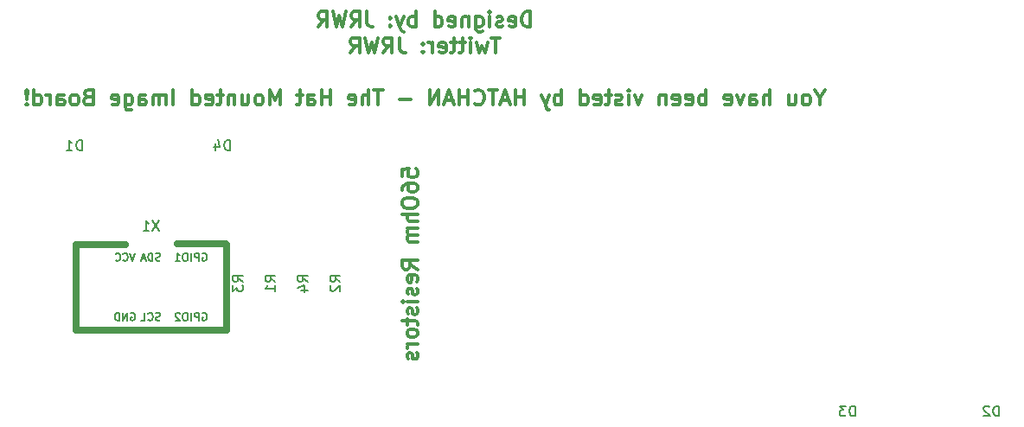
<source format=gbr>
G04 #@! TF.GenerationSoftware,KiCad,Pcbnew,(5.1.2)-1*
G04 #@! TF.CreationDate,2019-06-29T13:34:35-04:00*
G04 #@! TF.ProjectId,linecon27,6c696e65-636f-46e3-9237-2e6b69636164,rev?*
G04 #@! TF.SameCoordinates,Original*
G04 #@! TF.FileFunction,Legend,Bot*
G04 #@! TF.FilePolarity,Positive*
%FSLAX46Y46*%
G04 Gerber Fmt 4.6, Leading zero omitted, Abs format (unit mm)*
G04 Created by KiCad (PCBNEW (5.1.2)-1) date 2019-06-29 13:34:35*
%MOMM*%
%LPD*%
G04 APERTURE LIST*
%ADD10C,0.300000*%
%ADD11C,0.700000*%
%ADD12C,0.150000*%
G04 APERTURE END LIST*
D10*
X164786571Y-89000285D02*
X164786571Y-88286000D01*
X165500857Y-88214571D01*
X165429428Y-88286000D01*
X165358000Y-88428857D01*
X165358000Y-88786000D01*
X165429428Y-88928857D01*
X165500857Y-89000285D01*
X165643714Y-89071714D01*
X166000857Y-89071714D01*
X166143714Y-89000285D01*
X166215142Y-88928857D01*
X166286571Y-88786000D01*
X166286571Y-88428857D01*
X166215142Y-88286000D01*
X166143714Y-88214571D01*
X164786571Y-90357428D02*
X164786571Y-90071714D01*
X164858000Y-89928857D01*
X164929428Y-89857428D01*
X165143714Y-89714571D01*
X165429428Y-89643142D01*
X166000857Y-89643142D01*
X166143714Y-89714571D01*
X166215142Y-89786000D01*
X166286571Y-89928857D01*
X166286571Y-90214571D01*
X166215142Y-90357428D01*
X166143714Y-90428857D01*
X166000857Y-90500285D01*
X165643714Y-90500285D01*
X165500857Y-90428857D01*
X165429428Y-90357428D01*
X165358000Y-90214571D01*
X165358000Y-89928857D01*
X165429428Y-89786000D01*
X165500857Y-89714571D01*
X165643714Y-89643142D01*
X164786571Y-91428857D02*
X164786571Y-91714571D01*
X164858000Y-91857428D01*
X165000857Y-92000285D01*
X165286571Y-92071714D01*
X165786571Y-92071714D01*
X166072285Y-92000285D01*
X166215142Y-91857428D01*
X166286571Y-91714571D01*
X166286571Y-91428857D01*
X166215142Y-91286000D01*
X166072285Y-91143142D01*
X165786571Y-91071714D01*
X165286571Y-91071714D01*
X165000857Y-91143142D01*
X164858000Y-91286000D01*
X164786571Y-91428857D01*
X166286571Y-92714571D02*
X164786571Y-92714571D01*
X166286571Y-93357428D02*
X165500857Y-93357428D01*
X165358000Y-93286000D01*
X165286571Y-93143142D01*
X165286571Y-92928857D01*
X165358000Y-92786000D01*
X165429428Y-92714571D01*
X166286571Y-94071714D02*
X165286571Y-94071714D01*
X165429428Y-94071714D02*
X165358000Y-94143142D01*
X165286571Y-94286000D01*
X165286571Y-94500285D01*
X165358000Y-94643142D01*
X165500857Y-94714571D01*
X166286571Y-94714571D01*
X165500857Y-94714571D02*
X165358000Y-94786000D01*
X165286571Y-94928857D01*
X165286571Y-95143142D01*
X165358000Y-95286000D01*
X165500857Y-95357428D01*
X166286571Y-95357428D01*
X166286571Y-98071714D02*
X165572285Y-97571714D01*
X166286571Y-97214571D02*
X164786571Y-97214571D01*
X164786571Y-97786000D01*
X164858000Y-97928857D01*
X164929428Y-98000285D01*
X165072285Y-98071714D01*
X165286571Y-98071714D01*
X165429428Y-98000285D01*
X165500857Y-97928857D01*
X165572285Y-97786000D01*
X165572285Y-97214571D01*
X166215142Y-99286000D02*
X166286571Y-99143142D01*
X166286571Y-98857428D01*
X166215142Y-98714571D01*
X166072285Y-98643142D01*
X165500857Y-98643142D01*
X165358000Y-98714571D01*
X165286571Y-98857428D01*
X165286571Y-99143142D01*
X165358000Y-99286000D01*
X165500857Y-99357428D01*
X165643714Y-99357428D01*
X165786571Y-98643142D01*
X166215142Y-99928857D02*
X166286571Y-100071714D01*
X166286571Y-100357428D01*
X166215142Y-100500285D01*
X166072285Y-100571714D01*
X166000857Y-100571714D01*
X165858000Y-100500285D01*
X165786571Y-100357428D01*
X165786571Y-100143142D01*
X165715142Y-100000285D01*
X165572285Y-99928857D01*
X165500857Y-99928857D01*
X165358000Y-100000285D01*
X165286571Y-100143142D01*
X165286571Y-100357428D01*
X165358000Y-100500285D01*
X166286571Y-101214571D02*
X165286571Y-101214571D01*
X164786571Y-101214571D02*
X164858000Y-101143142D01*
X164929428Y-101214571D01*
X164858000Y-101286000D01*
X164786571Y-101214571D01*
X164929428Y-101214571D01*
X166215142Y-101857428D02*
X166286571Y-102000285D01*
X166286571Y-102286000D01*
X166215142Y-102428857D01*
X166072285Y-102500285D01*
X166000857Y-102500285D01*
X165858000Y-102428857D01*
X165786571Y-102286000D01*
X165786571Y-102071714D01*
X165715142Y-101928857D01*
X165572285Y-101857428D01*
X165500857Y-101857428D01*
X165358000Y-101928857D01*
X165286571Y-102071714D01*
X165286571Y-102286000D01*
X165358000Y-102428857D01*
X165286571Y-102928857D02*
X165286571Y-103500285D01*
X164786571Y-103143142D02*
X166072285Y-103143142D01*
X166215142Y-103214571D01*
X166286571Y-103357428D01*
X166286571Y-103500285D01*
X166286571Y-104214571D02*
X166215142Y-104071714D01*
X166143714Y-104000285D01*
X166000857Y-103928857D01*
X165572285Y-103928857D01*
X165429428Y-104000285D01*
X165358000Y-104071714D01*
X165286571Y-104214571D01*
X165286571Y-104428857D01*
X165358000Y-104571714D01*
X165429428Y-104643142D01*
X165572285Y-104714571D01*
X166000857Y-104714571D01*
X166143714Y-104643142D01*
X166215142Y-104571714D01*
X166286571Y-104428857D01*
X166286571Y-104214571D01*
X166286571Y-105357428D02*
X165286571Y-105357428D01*
X165572285Y-105357428D02*
X165429428Y-105428857D01*
X165358000Y-105500285D01*
X165286571Y-105643142D01*
X165286571Y-105786000D01*
X166215142Y-106214571D02*
X166286571Y-106357428D01*
X166286571Y-106643142D01*
X166215142Y-106786000D01*
X166072285Y-106857428D01*
X166000857Y-106857428D01*
X165858000Y-106786000D01*
X165786571Y-106643142D01*
X165786571Y-106428857D01*
X165715142Y-106286000D01*
X165572285Y-106214571D01*
X165500857Y-106214571D01*
X165358000Y-106286000D01*
X165286571Y-106428857D01*
X165286571Y-106643142D01*
X165358000Y-106786000D01*
X177362142Y-74323571D02*
X177362142Y-72823571D01*
X177005000Y-72823571D01*
X176790714Y-72895000D01*
X176647857Y-73037857D01*
X176576428Y-73180714D01*
X176505000Y-73466428D01*
X176505000Y-73680714D01*
X176576428Y-73966428D01*
X176647857Y-74109285D01*
X176790714Y-74252142D01*
X177005000Y-74323571D01*
X177362142Y-74323571D01*
X175290714Y-74252142D02*
X175433571Y-74323571D01*
X175719285Y-74323571D01*
X175862142Y-74252142D01*
X175933571Y-74109285D01*
X175933571Y-73537857D01*
X175862142Y-73395000D01*
X175719285Y-73323571D01*
X175433571Y-73323571D01*
X175290714Y-73395000D01*
X175219285Y-73537857D01*
X175219285Y-73680714D01*
X175933571Y-73823571D01*
X174647857Y-74252142D02*
X174505000Y-74323571D01*
X174219285Y-74323571D01*
X174076428Y-74252142D01*
X174005000Y-74109285D01*
X174005000Y-74037857D01*
X174076428Y-73895000D01*
X174219285Y-73823571D01*
X174433571Y-73823571D01*
X174576428Y-73752142D01*
X174647857Y-73609285D01*
X174647857Y-73537857D01*
X174576428Y-73395000D01*
X174433571Y-73323571D01*
X174219285Y-73323571D01*
X174076428Y-73395000D01*
X173362142Y-74323571D02*
X173362142Y-73323571D01*
X173362142Y-72823571D02*
X173433571Y-72895000D01*
X173362142Y-72966428D01*
X173290714Y-72895000D01*
X173362142Y-72823571D01*
X173362142Y-72966428D01*
X172005000Y-73323571D02*
X172005000Y-74537857D01*
X172076428Y-74680714D01*
X172147857Y-74752142D01*
X172290714Y-74823571D01*
X172505000Y-74823571D01*
X172647857Y-74752142D01*
X172005000Y-74252142D02*
X172147857Y-74323571D01*
X172433571Y-74323571D01*
X172576428Y-74252142D01*
X172647857Y-74180714D01*
X172719285Y-74037857D01*
X172719285Y-73609285D01*
X172647857Y-73466428D01*
X172576428Y-73395000D01*
X172433571Y-73323571D01*
X172147857Y-73323571D01*
X172005000Y-73395000D01*
X171290714Y-73323571D02*
X171290714Y-74323571D01*
X171290714Y-73466428D02*
X171219285Y-73395000D01*
X171076428Y-73323571D01*
X170862142Y-73323571D01*
X170719285Y-73395000D01*
X170647857Y-73537857D01*
X170647857Y-74323571D01*
X169362142Y-74252142D02*
X169505000Y-74323571D01*
X169790714Y-74323571D01*
X169933571Y-74252142D01*
X170005000Y-74109285D01*
X170005000Y-73537857D01*
X169933571Y-73395000D01*
X169790714Y-73323571D01*
X169505000Y-73323571D01*
X169362142Y-73395000D01*
X169290714Y-73537857D01*
X169290714Y-73680714D01*
X170005000Y-73823571D01*
X168005000Y-74323571D02*
X168005000Y-72823571D01*
X168005000Y-74252142D02*
X168147857Y-74323571D01*
X168433571Y-74323571D01*
X168576428Y-74252142D01*
X168647857Y-74180714D01*
X168719285Y-74037857D01*
X168719285Y-73609285D01*
X168647857Y-73466428D01*
X168576428Y-73395000D01*
X168433571Y-73323571D01*
X168147857Y-73323571D01*
X168005000Y-73395000D01*
X166147857Y-74323571D02*
X166147857Y-72823571D01*
X166147857Y-73395000D02*
X166005000Y-73323571D01*
X165719285Y-73323571D01*
X165576428Y-73395000D01*
X165505000Y-73466428D01*
X165433571Y-73609285D01*
X165433571Y-74037857D01*
X165505000Y-74180714D01*
X165576428Y-74252142D01*
X165719285Y-74323571D01*
X166005000Y-74323571D01*
X166147857Y-74252142D01*
X164933571Y-73323571D02*
X164576428Y-74323571D01*
X164219285Y-73323571D02*
X164576428Y-74323571D01*
X164719285Y-74680714D01*
X164790714Y-74752142D01*
X164933571Y-74823571D01*
X163647857Y-74180714D02*
X163576428Y-74252142D01*
X163647857Y-74323571D01*
X163719285Y-74252142D01*
X163647857Y-74180714D01*
X163647857Y-74323571D01*
X163647857Y-73395000D02*
X163576428Y-73466428D01*
X163647857Y-73537857D01*
X163719285Y-73466428D01*
X163647857Y-73395000D01*
X163647857Y-73537857D01*
X161362142Y-72823571D02*
X161362142Y-73895000D01*
X161433571Y-74109285D01*
X161576428Y-74252142D01*
X161790714Y-74323571D01*
X161933571Y-74323571D01*
X159790714Y-74323571D02*
X160290714Y-73609285D01*
X160647857Y-74323571D02*
X160647857Y-72823571D01*
X160076428Y-72823571D01*
X159933571Y-72895000D01*
X159862142Y-72966428D01*
X159790714Y-73109285D01*
X159790714Y-73323571D01*
X159862142Y-73466428D01*
X159933571Y-73537857D01*
X160076428Y-73609285D01*
X160647857Y-73609285D01*
X159290714Y-72823571D02*
X158933571Y-74323571D01*
X158647857Y-73252142D01*
X158362142Y-74323571D01*
X158005000Y-72823571D01*
X156576428Y-74323571D02*
X157076428Y-73609285D01*
X157433571Y-74323571D02*
X157433571Y-72823571D01*
X156862142Y-72823571D01*
X156719285Y-72895000D01*
X156647857Y-72966428D01*
X156576428Y-73109285D01*
X156576428Y-73323571D01*
X156647857Y-73466428D01*
X156719285Y-73537857D01*
X156862142Y-73609285D01*
X157433571Y-73609285D01*
X174397857Y-75373571D02*
X173540714Y-75373571D01*
X173969285Y-76873571D02*
X173969285Y-75373571D01*
X173183571Y-75873571D02*
X172897857Y-76873571D01*
X172612142Y-76159285D01*
X172326428Y-76873571D01*
X172040714Y-75873571D01*
X171469285Y-76873571D02*
X171469285Y-75873571D01*
X171469285Y-75373571D02*
X171540714Y-75445000D01*
X171469285Y-75516428D01*
X171397857Y-75445000D01*
X171469285Y-75373571D01*
X171469285Y-75516428D01*
X170969285Y-75873571D02*
X170397857Y-75873571D01*
X170755000Y-75373571D02*
X170755000Y-76659285D01*
X170683571Y-76802142D01*
X170540714Y-76873571D01*
X170397857Y-76873571D01*
X170112142Y-75873571D02*
X169540714Y-75873571D01*
X169897857Y-75373571D02*
X169897857Y-76659285D01*
X169826428Y-76802142D01*
X169683571Y-76873571D01*
X169540714Y-76873571D01*
X168469285Y-76802142D02*
X168612142Y-76873571D01*
X168897857Y-76873571D01*
X169040714Y-76802142D01*
X169112142Y-76659285D01*
X169112142Y-76087857D01*
X169040714Y-75945000D01*
X168897857Y-75873571D01*
X168612142Y-75873571D01*
X168469285Y-75945000D01*
X168397857Y-76087857D01*
X168397857Y-76230714D01*
X169112142Y-76373571D01*
X167755000Y-76873571D02*
X167755000Y-75873571D01*
X167755000Y-76159285D02*
X167683571Y-76016428D01*
X167612142Y-75945000D01*
X167469285Y-75873571D01*
X167326428Y-75873571D01*
X166826428Y-76730714D02*
X166755000Y-76802142D01*
X166826428Y-76873571D01*
X166897857Y-76802142D01*
X166826428Y-76730714D01*
X166826428Y-76873571D01*
X166826428Y-75945000D02*
X166755000Y-76016428D01*
X166826428Y-76087857D01*
X166897857Y-76016428D01*
X166826428Y-75945000D01*
X166826428Y-76087857D01*
X164540714Y-75373571D02*
X164540714Y-76445000D01*
X164612142Y-76659285D01*
X164755000Y-76802142D01*
X164969285Y-76873571D01*
X165112142Y-76873571D01*
X162969285Y-76873571D02*
X163469285Y-76159285D01*
X163826428Y-76873571D02*
X163826428Y-75373571D01*
X163255000Y-75373571D01*
X163112142Y-75445000D01*
X163040714Y-75516428D01*
X162969285Y-75659285D01*
X162969285Y-75873571D01*
X163040714Y-76016428D01*
X163112142Y-76087857D01*
X163255000Y-76159285D01*
X163826428Y-76159285D01*
X162469285Y-75373571D02*
X162112142Y-76873571D01*
X161826428Y-75802142D01*
X161540714Y-76873571D01*
X161183571Y-75373571D01*
X159755000Y-76873571D02*
X160255000Y-76159285D01*
X160612142Y-76873571D02*
X160612142Y-75373571D01*
X160040714Y-75373571D01*
X159897857Y-75445000D01*
X159826428Y-75516428D01*
X159755000Y-75659285D01*
X159755000Y-75873571D01*
X159826428Y-76016428D01*
X159897857Y-76087857D01*
X160040714Y-76159285D01*
X160612142Y-76159285D01*
X205683571Y-81259285D02*
X205683571Y-81973571D01*
X206183571Y-80473571D02*
X205683571Y-81259285D01*
X205183571Y-80473571D01*
X204469285Y-81973571D02*
X204612142Y-81902142D01*
X204683571Y-81830714D01*
X204755000Y-81687857D01*
X204755000Y-81259285D01*
X204683571Y-81116428D01*
X204612142Y-81045000D01*
X204469285Y-80973571D01*
X204255000Y-80973571D01*
X204112142Y-81045000D01*
X204040714Y-81116428D01*
X203969285Y-81259285D01*
X203969285Y-81687857D01*
X204040714Y-81830714D01*
X204112142Y-81902142D01*
X204255000Y-81973571D01*
X204469285Y-81973571D01*
X202683571Y-80973571D02*
X202683571Y-81973571D01*
X203326428Y-80973571D02*
X203326428Y-81759285D01*
X203255000Y-81902142D01*
X203112142Y-81973571D01*
X202897857Y-81973571D01*
X202755000Y-81902142D01*
X202683571Y-81830714D01*
X200826428Y-81973571D02*
X200826428Y-80473571D01*
X200183571Y-81973571D02*
X200183571Y-81187857D01*
X200255000Y-81045000D01*
X200397857Y-80973571D01*
X200612142Y-80973571D01*
X200755000Y-81045000D01*
X200826428Y-81116428D01*
X198826428Y-81973571D02*
X198826428Y-81187857D01*
X198897857Y-81045000D01*
X199040714Y-80973571D01*
X199326428Y-80973571D01*
X199469285Y-81045000D01*
X198826428Y-81902142D02*
X198969285Y-81973571D01*
X199326428Y-81973571D01*
X199469285Y-81902142D01*
X199540714Y-81759285D01*
X199540714Y-81616428D01*
X199469285Y-81473571D01*
X199326428Y-81402142D01*
X198969285Y-81402142D01*
X198826428Y-81330714D01*
X198255000Y-80973571D02*
X197897857Y-81973571D01*
X197540714Y-80973571D01*
X196397857Y-81902142D02*
X196540714Y-81973571D01*
X196826428Y-81973571D01*
X196969285Y-81902142D01*
X197040714Y-81759285D01*
X197040714Y-81187857D01*
X196969285Y-81045000D01*
X196826428Y-80973571D01*
X196540714Y-80973571D01*
X196397857Y-81045000D01*
X196326428Y-81187857D01*
X196326428Y-81330714D01*
X197040714Y-81473571D01*
X194540714Y-81973571D02*
X194540714Y-80473571D01*
X194540714Y-81045000D02*
X194397857Y-80973571D01*
X194112142Y-80973571D01*
X193969285Y-81045000D01*
X193897857Y-81116428D01*
X193826428Y-81259285D01*
X193826428Y-81687857D01*
X193897857Y-81830714D01*
X193969285Y-81902142D01*
X194112142Y-81973571D01*
X194397857Y-81973571D01*
X194540714Y-81902142D01*
X192612142Y-81902142D02*
X192755000Y-81973571D01*
X193040714Y-81973571D01*
X193183571Y-81902142D01*
X193255000Y-81759285D01*
X193255000Y-81187857D01*
X193183571Y-81045000D01*
X193040714Y-80973571D01*
X192755000Y-80973571D01*
X192612142Y-81045000D01*
X192540714Y-81187857D01*
X192540714Y-81330714D01*
X193255000Y-81473571D01*
X191326428Y-81902142D02*
X191469285Y-81973571D01*
X191755000Y-81973571D01*
X191897857Y-81902142D01*
X191969285Y-81759285D01*
X191969285Y-81187857D01*
X191897857Y-81045000D01*
X191755000Y-80973571D01*
X191469285Y-80973571D01*
X191326428Y-81045000D01*
X191255000Y-81187857D01*
X191255000Y-81330714D01*
X191969285Y-81473571D01*
X190612142Y-80973571D02*
X190612142Y-81973571D01*
X190612142Y-81116428D02*
X190540714Y-81045000D01*
X190397857Y-80973571D01*
X190183571Y-80973571D01*
X190040714Y-81045000D01*
X189969285Y-81187857D01*
X189969285Y-81973571D01*
X188255000Y-80973571D02*
X187897857Y-81973571D01*
X187540714Y-80973571D01*
X186969285Y-81973571D02*
X186969285Y-80973571D01*
X186969285Y-80473571D02*
X187040714Y-80545000D01*
X186969285Y-80616428D01*
X186897857Y-80545000D01*
X186969285Y-80473571D01*
X186969285Y-80616428D01*
X186326428Y-81902142D02*
X186183571Y-81973571D01*
X185897857Y-81973571D01*
X185755000Y-81902142D01*
X185683571Y-81759285D01*
X185683571Y-81687857D01*
X185755000Y-81545000D01*
X185897857Y-81473571D01*
X186112142Y-81473571D01*
X186255000Y-81402142D01*
X186326428Y-81259285D01*
X186326428Y-81187857D01*
X186255000Y-81045000D01*
X186112142Y-80973571D01*
X185897857Y-80973571D01*
X185755000Y-81045000D01*
X185255000Y-80973571D02*
X184683571Y-80973571D01*
X185040714Y-80473571D02*
X185040714Y-81759285D01*
X184969285Y-81902142D01*
X184826428Y-81973571D01*
X184683571Y-81973571D01*
X183612142Y-81902142D02*
X183755000Y-81973571D01*
X184040714Y-81973571D01*
X184183571Y-81902142D01*
X184255000Y-81759285D01*
X184255000Y-81187857D01*
X184183571Y-81045000D01*
X184040714Y-80973571D01*
X183755000Y-80973571D01*
X183612142Y-81045000D01*
X183540714Y-81187857D01*
X183540714Y-81330714D01*
X184255000Y-81473571D01*
X182255000Y-81973571D02*
X182255000Y-80473571D01*
X182255000Y-81902142D02*
X182397857Y-81973571D01*
X182683571Y-81973571D01*
X182826428Y-81902142D01*
X182897857Y-81830714D01*
X182969285Y-81687857D01*
X182969285Y-81259285D01*
X182897857Y-81116428D01*
X182826428Y-81045000D01*
X182683571Y-80973571D01*
X182397857Y-80973571D01*
X182255000Y-81045000D01*
X180397857Y-81973571D02*
X180397857Y-80473571D01*
X180397857Y-81045000D02*
X180255000Y-80973571D01*
X179969285Y-80973571D01*
X179826428Y-81045000D01*
X179755000Y-81116428D01*
X179683571Y-81259285D01*
X179683571Y-81687857D01*
X179755000Y-81830714D01*
X179826428Y-81902142D01*
X179969285Y-81973571D01*
X180255000Y-81973571D01*
X180397857Y-81902142D01*
X179183571Y-80973571D02*
X178826428Y-81973571D01*
X178469285Y-80973571D02*
X178826428Y-81973571D01*
X178969285Y-82330714D01*
X179040714Y-82402142D01*
X179183571Y-82473571D01*
X176755000Y-81973571D02*
X176755000Y-80473571D01*
X176755000Y-81187857D02*
X175897857Y-81187857D01*
X175897857Y-81973571D02*
X175897857Y-80473571D01*
X175255000Y-81545000D02*
X174540714Y-81545000D01*
X175397857Y-81973571D02*
X174897857Y-80473571D01*
X174397857Y-81973571D01*
X174112142Y-80473571D02*
X173255000Y-80473571D01*
X173683571Y-81973571D02*
X173683571Y-80473571D01*
X171897857Y-81830714D02*
X171969285Y-81902142D01*
X172183571Y-81973571D01*
X172326428Y-81973571D01*
X172540714Y-81902142D01*
X172683571Y-81759285D01*
X172755000Y-81616428D01*
X172826428Y-81330714D01*
X172826428Y-81116428D01*
X172755000Y-80830714D01*
X172683571Y-80687857D01*
X172540714Y-80545000D01*
X172326428Y-80473571D01*
X172183571Y-80473571D01*
X171969285Y-80545000D01*
X171897857Y-80616428D01*
X171255000Y-81973571D02*
X171255000Y-80473571D01*
X171255000Y-81187857D02*
X170397857Y-81187857D01*
X170397857Y-81973571D02*
X170397857Y-80473571D01*
X169755000Y-81545000D02*
X169040714Y-81545000D01*
X169897857Y-81973571D02*
X169397857Y-80473571D01*
X168897857Y-81973571D01*
X168397857Y-81973571D02*
X168397857Y-80473571D01*
X167540714Y-81973571D01*
X167540714Y-80473571D01*
X165683571Y-81402142D02*
X164540714Y-81402142D01*
X162897857Y-80473571D02*
X162040714Y-80473571D01*
X162469285Y-81973571D02*
X162469285Y-80473571D01*
X161540714Y-81973571D02*
X161540714Y-80473571D01*
X160897857Y-81973571D02*
X160897857Y-81187857D01*
X160969285Y-81045000D01*
X161112142Y-80973571D01*
X161326428Y-80973571D01*
X161469285Y-81045000D01*
X161540714Y-81116428D01*
X159612142Y-81902142D02*
X159755000Y-81973571D01*
X160040714Y-81973571D01*
X160183571Y-81902142D01*
X160255000Y-81759285D01*
X160255000Y-81187857D01*
X160183571Y-81045000D01*
X160040714Y-80973571D01*
X159755000Y-80973571D01*
X159612142Y-81045000D01*
X159540714Y-81187857D01*
X159540714Y-81330714D01*
X160255000Y-81473571D01*
X157755000Y-81973571D02*
X157755000Y-80473571D01*
X157755000Y-81187857D02*
X156897857Y-81187857D01*
X156897857Y-81973571D02*
X156897857Y-80473571D01*
X155540714Y-81973571D02*
X155540714Y-81187857D01*
X155612142Y-81045000D01*
X155755000Y-80973571D01*
X156040714Y-80973571D01*
X156183571Y-81045000D01*
X155540714Y-81902142D02*
X155683571Y-81973571D01*
X156040714Y-81973571D01*
X156183571Y-81902142D01*
X156255000Y-81759285D01*
X156255000Y-81616428D01*
X156183571Y-81473571D01*
X156040714Y-81402142D01*
X155683571Y-81402142D01*
X155540714Y-81330714D01*
X155040714Y-80973571D02*
X154469285Y-80973571D01*
X154826428Y-80473571D02*
X154826428Y-81759285D01*
X154755000Y-81902142D01*
X154612142Y-81973571D01*
X154469285Y-81973571D01*
X152826428Y-81973571D02*
X152826428Y-80473571D01*
X152326428Y-81545000D01*
X151826428Y-80473571D01*
X151826428Y-81973571D01*
X150897857Y-81973571D02*
X151040714Y-81902142D01*
X151112142Y-81830714D01*
X151183571Y-81687857D01*
X151183571Y-81259285D01*
X151112142Y-81116428D01*
X151040714Y-81045000D01*
X150897857Y-80973571D01*
X150683571Y-80973571D01*
X150540714Y-81045000D01*
X150469285Y-81116428D01*
X150397857Y-81259285D01*
X150397857Y-81687857D01*
X150469285Y-81830714D01*
X150540714Y-81902142D01*
X150683571Y-81973571D01*
X150897857Y-81973571D01*
X149112142Y-80973571D02*
X149112142Y-81973571D01*
X149755000Y-80973571D02*
X149755000Y-81759285D01*
X149683571Y-81902142D01*
X149540714Y-81973571D01*
X149326428Y-81973571D01*
X149183571Y-81902142D01*
X149112142Y-81830714D01*
X148397857Y-80973571D02*
X148397857Y-81973571D01*
X148397857Y-81116428D02*
X148326428Y-81045000D01*
X148183571Y-80973571D01*
X147969285Y-80973571D01*
X147826428Y-81045000D01*
X147755000Y-81187857D01*
X147755000Y-81973571D01*
X147255000Y-80973571D02*
X146683571Y-80973571D01*
X147040714Y-80473571D02*
X147040714Y-81759285D01*
X146969285Y-81902142D01*
X146826428Y-81973571D01*
X146683571Y-81973571D01*
X145612142Y-81902142D02*
X145755000Y-81973571D01*
X146040714Y-81973571D01*
X146183571Y-81902142D01*
X146255000Y-81759285D01*
X146255000Y-81187857D01*
X146183571Y-81045000D01*
X146040714Y-80973571D01*
X145755000Y-80973571D01*
X145612142Y-81045000D01*
X145540714Y-81187857D01*
X145540714Y-81330714D01*
X146255000Y-81473571D01*
X144255000Y-81973571D02*
X144255000Y-80473571D01*
X144255000Y-81902142D02*
X144397857Y-81973571D01*
X144683571Y-81973571D01*
X144826428Y-81902142D01*
X144897857Y-81830714D01*
X144969285Y-81687857D01*
X144969285Y-81259285D01*
X144897857Y-81116428D01*
X144826428Y-81045000D01*
X144683571Y-80973571D01*
X144397857Y-80973571D01*
X144255000Y-81045000D01*
X142397857Y-81973571D02*
X142397857Y-80473571D01*
X141683571Y-81973571D02*
X141683571Y-80973571D01*
X141683571Y-81116428D02*
X141612142Y-81045000D01*
X141469285Y-80973571D01*
X141255000Y-80973571D01*
X141112142Y-81045000D01*
X141040714Y-81187857D01*
X141040714Y-81973571D01*
X141040714Y-81187857D02*
X140969285Y-81045000D01*
X140826428Y-80973571D01*
X140612142Y-80973571D01*
X140469285Y-81045000D01*
X140397857Y-81187857D01*
X140397857Y-81973571D01*
X139040714Y-81973571D02*
X139040714Y-81187857D01*
X139112142Y-81045000D01*
X139255000Y-80973571D01*
X139540714Y-80973571D01*
X139683571Y-81045000D01*
X139040714Y-81902142D02*
X139183571Y-81973571D01*
X139540714Y-81973571D01*
X139683571Y-81902142D01*
X139755000Y-81759285D01*
X139755000Y-81616428D01*
X139683571Y-81473571D01*
X139540714Y-81402142D01*
X139183571Y-81402142D01*
X139040714Y-81330714D01*
X137683571Y-80973571D02*
X137683571Y-82187857D01*
X137755000Y-82330714D01*
X137826428Y-82402142D01*
X137969285Y-82473571D01*
X138183571Y-82473571D01*
X138326428Y-82402142D01*
X137683571Y-81902142D02*
X137826428Y-81973571D01*
X138112142Y-81973571D01*
X138255000Y-81902142D01*
X138326428Y-81830714D01*
X138397857Y-81687857D01*
X138397857Y-81259285D01*
X138326428Y-81116428D01*
X138255000Y-81045000D01*
X138112142Y-80973571D01*
X137826428Y-80973571D01*
X137683571Y-81045000D01*
X136397857Y-81902142D02*
X136540714Y-81973571D01*
X136826428Y-81973571D01*
X136969285Y-81902142D01*
X137040714Y-81759285D01*
X137040714Y-81187857D01*
X136969285Y-81045000D01*
X136826428Y-80973571D01*
X136540714Y-80973571D01*
X136397857Y-81045000D01*
X136326428Y-81187857D01*
X136326428Y-81330714D01*
X137040714Y-81473571D01*
X134040714Y-81187857D02*
X133826428Y-81259285D01*
X133755000Y-81330714D01*
X133683571Y-81473571D01*
X133683571Y-81687857D01*
X133755000Y-81830714D01*
X133826428Y-81902142D01*
X133969285Y-81973571D01*
X134540714Y-81973571D01*
X134540714Y-80473571D01*
X134040714Y-80473571D01*
X133897857Y-80545000D01*
X133826428Y-80616428D01*
X133755000Y-80759285D01*
X133755000Y-80902142D01*
X133826428Y-81045000D01*
X133897857Y-81116428D01*
X134040714Y-81187857D01*
X134540714Y-81187857D01*
X132826428Y-81973571D02*
X132969285Y-81902142D01*
X133040714Y-81830714D01*
X133112142Y-81687857D01*
X133112142Y-81259285D01*
X133040714Y-81116428D01*
X132969285Y-81045000D01*
X132826428Y-80973571D01*
X132612142Y-80973571D01*
X132469285Y-81045000D01*
X132397857Y-81116428D01*
X132326428Y-81259285D01*
X132326428Y-81687857D01*
X132397857Y-81830714D01*
X132469285Y-81902142D01*
X132612142Y-81973571D01*
X132826428Y-81973571D01*
X131040714Y-81973571D02*
X131040714Y-81187857D01*
X131112142Y-81045000D01*
X131255000Y-80973571D01*
X131540714Y-80973571D01*
X131683571Y-81045000D01*
X131040714Y-81902142D02*
X131183571Y-81973571D01*
X131540714Y-81973571D01*
X131683571Y-81902142D01*
X131755000Y-81759285D01*
X131755000Y-81616428D01*
X131683571Y-81473571D01*
X131540714Y-81402142D01*
X131183571Y-81402142D01*
X131040714Y-81330714D01*
X130326428Y-81973571D02*
X130326428Y-80973571D01*
X130326428Y-81259285D02*
X130255000Y-81116428D01*
X130183571Y-81045000D01*
X130040714Y-80973571D01*
X129897857Y-80973571D01*
X128755000Y-81973571D02*
X128755000Y-80473571D01*
X128755000Y-81902142D02*
X128897857Y-81973571D01*
X129183571Y-81973571D01*
X129326428Y-81902142D01*
X129397857Y-81830714D01*
X129469285Y-81687857D01*
X129469285Y-81259285D01*
X129397857Y-81116428D01*
X129326428Y-81045000D01*
X129183571Y-80973571D01*
X128897857Y-80973571D01*
X128755000Y-81045000D01*
X128040714Y-81830714D02*
X127969285Y-81902142D01*
X128040714Y-81973571D01*
X128112142Y-81902142D01*
X128040714Y-81830714D01*
X128040714Y-81973571D01*
X128040714Y-81402142D02*
X128112142Y-80545000D01*
X128040714Y-80473571D01*
X127969285Y-80545000D01*
X128040714Y-81402142D01*
X128040714Y-80473571D01*
D11*
X147574000Y-104013000D02*
X147574000Y-95631000D01*
X132842000Y-104013000D02*
X147574000Y-104013000D01*
X132842000Y-95631000D02*
X132842000Y-104013000D01*
X147487640Y-95580200D02*
X142748000Y-95580200D01*
X137668000Y-95631000D02*
X132842000Y-95631000D01*
D12*
X141017523Y-93305380D02*
X140350857Y-94305380D01*
X140350857Y-93305380D02*
X141017523Y-94305380D01*
X139446095Y-94305380D02*
X140017523Y-94305380D01*
X139731809Y-94305380D02*
X139731809Y-93305380D01*
X139827047Y-93448238D01*
X139922285Y-93543476D01*
X140017523Y-93591095D01*
X145252142Y-102368000D02*
X145323571Y-102332285D01*
X145430714Y-102332285D01*
X145537857Y-102368000D01*
X145609285Y-102439428D01*
X145645000Y-102510857D01*
X145680714Y-102653714D01*
X145680714Y-102760857D01*
X145645000Y-102903714D01*
X145609285Y-102975142D01*
X145537857Y-103046571D01*
X145430714Y-103082285D01*
X145359285Y-103082285D01*
X145252142Y-103046571D01*
X145216428Y-103010857D01*
X145216428Y-102760857D01*
X145359285Y-102760857D01*
X144895000Y-103082285D02*
X144895000Y-102332285D01*
X144609285Y-102332285D01*
X144537857Y-102368000D01*
X144502142Y-102403714D01*
X144466428Y-102475142D01*
X144466428Y-102582285D01*
X144502142Y-102653714D01*
X144537857Y-102689428D01*
X144609285Y-102725142D01*
X144895000Y-102725142D01*
X144145000Y-103082285D02*
X144145000Y-102332285D01*
X143645000Y-102332285D02*
X143502142Y-102332285D01*
X143430714Y-102368000D01*
X143359285Y-102439428D01*
X143323571Y-102582285D01*
X143323571Y-102832285D01*
X143359285Y-102975142D01*
X143430714Y-103046571D01*
X143502142Y-103082285D01*
X143645000Y-103082285D01*
X143716428Y-103046571D01*
X143787857Y-102975142D01*
X143823571Y-102832285D01*
X143823571Y-102582285D01*
X143787857Y-102439428D01*
X143716428Y-102368000D01*
X143645000Y-102332285D01*
X143037857Y-102403714D02*
X143002142Y-102368000D01*
X142930714Y-102332285D01*
X142752142Y-102332285D01*
X142680714Y-102368000D01*
X142645000Y-102403714D01*
X142609285Y-102475142D01*
X142609285Y-102546571D01*
X142645000Y-102653714D01*
X143073571Y-103082285D01*
X142609285Y-103082285D01*
X141100857Y-103046571D02*
X140993714Y-103082285D01*
X140815142Y-103082285D01*
X140743714Y-103046571D01*
X140708000Y-103010857D01*
X140672285Y-102939428D01*
X140672285Y-102868000D01*
X140708000Y-102796571D01*
X140743714Y-102760857D01*
X140815142Y-102725142D01*
X140958000Y-102689428D01*
X141029428Y-102653714D01*
X141065142Y-102618000D01*
X141100857Y-102546571D01*
X141100857Y-102475142D01*
X141065142Y-102403714D01*
X141029428Y-102368000D01*
X140958000Y-102332285D01*
X140779428Y-102332285D01*
X140672285Y-102368000D01*
X139922285Y-103010857D02*
X139958000Y-103046571D01*
X140065142Y-103082285D01*
X140136571Y-103082285D01*
X140243714Y-103046571D01*
X140315142Y-102975142D01*
X140350857Y-102903714D01*
X140386571Y-102760857D01*
X140386571Y-102653714D01*
X140350857Y-102510857D01*
X140315142Y-102439428D01*
X140243714Y-102368000D01*
X140136571Y-102332285D01*
X140065142Y-102332285D01*
X139958000Y-102368000D01*
X139922285Y-102403714D01*
X139243714Y-103082285D02*
X139600857Y-103082285D01*
X139600857Y-102332285D01*
X138239428Y-102368000D02*
X138310857Y-102332285D01*
X138418000Y-102332285D01*
X138525142Y-102368000D01*
X138596571Y-102439428D01*
X138632285Y-102510857D01*
X138668000Y-102653714D01*
X138668000Y-102760857D01*
X138632285Y-102903714D01*
X138596571Y-102975142D01*
X138525142Y-103046571D01*
X138418000Y-103082285D01*
X138346571Y-103082285D01*
X138239428Y-103046571D01*
X138203714Y-103010857D01*
X138203714Y-102760857D01*
X138346571Y-102760857D01*
X137882285Y-103082285D02*
X137882285Y-102332285D01*
X137453714Y-103082285D01*
X137453714Y-102332285D01*
X137096571Y-103082285D02*
X137096571Y-102332285D01*
X136918000Y-102332285D01*
X136810857Y-102368000D01*
X136739428Y-102439428D01*
X136703714Y-102510857D01*
X136668000Y-102653714D01*
X136668000Y-102760857D01*
X136703714Y-102903714D01*
X136739428Y-102975142D01*
X136810857Y-103046571D01*
X136918000Y-103082285D01*
X137096571Y-103082285D01*
X145252142Y-96526000D02*
X145323571Y-96490285D01*
X145430714Y-96490285D01*
X145537857Y-96526000D01*
X145609285Y-96597428D01*
X145645000Y-96668857D01*
X145680714Y-96811714D01*
X145680714Y-96918857D01*
X145645000Y-97061714D01*
X145609285Y-97133142D01*
X145537857Y-97204571D01*
X145430714Y-97240285D01*
X145359285Y-97240285D01*
X145252142Y-97204571D01*
X145216428Y-97168857D01*
X145216428Y-96918857D01*
X145359285Y-96918857D01*
X144895000Y-97240285D02*
X144895000Y-96490285D01*
X144609285Y-96490285D01*
X144537857Y-96526000D01*
X144502142Y-96561714D01*
X144466428Y-96633142D01*
X144466428Y-96740285D01*
X144502142Y-96811714D01*
X144537857Y-96847428D01*
X144609285Y-96883142D01*
X144895000Y-96883142D01*
X144145000Y-97240285D02*
X144145000Y-96490285D01*
X143645000Y-96490285D02*
X143502142Y-96490285D01*
X143430714Y-96526000D01*
X143359285Y-96597428D01*
X143323571Y-96740285D01*
X143323571Y-96990285D01*
X143359285Y-97133142D01*
X143430714Y-97204571D01*
X143502142Y-97240285D01*
X143645000Y-97240285D01*
X143716428Y-97204571D01*
X143787857Y-97133142D01*
X143823571Y-96990285D01*
X143823571Y-96740285D01*
X143787857Y-96597428D01*
X143716428Y-96526000D01*
X143645000Y-96490285D01*
X142609285Y-97240285D02*
X143037857Y-97240285D01*
X142823571Y-97240285D02*
X142823571Y-96490285D01*
X142895000Y-96597428D01*
X142966428Y-96668857D01*
X143037857Y-96704571D01*
X141118714Y-97204571D02*
X141011571Y-97240285D01*
X140833000Y-97240285D01*
X140761571Y-97204571D01*
X140725857Y-97168857D01*
X140690142Y-97097428D01*
X140690142Y-97026000D01*
X140725857Y-96954571D01*
X140761571Y-96918857D01*
X140833000Y-96883142D01*
X140975857Y-96847428D01*
X141047285Y-96811714D01*
X141083000Y-96776000D01*
X141118714Y-96704571D01*
X141118714Y-96633142D01*
X141083000Y-96561714D01*
X141047285Y-96526000D01*
X140975857Y-96490285D01*
X140797285Y-96490285D01*
X140690142Y-96526000D01*
X140368714Y-97240285D02*
X140368714Y-96490285D01*
X140190142Y-96490285D01*
X140083000Y-96526000D01*
X140011571Y-96597428D01*
X139975857Y-96668857D01*
X139940142Y-96811714D01*
X139940142Y-96918857D01*
X139975857Y-97061714D01*
X140011571Y-97133142D01*
X140083000Y-97204571D01*
X140190142Y-97240285D01*
X140368714Y-97240285D01*
X139654428Y-97026000D02*
X139297285Y-97026000D01*
X139725857Y-97240285D02*
X139475857Y-96490285D01*
X139225857Y-97240285D01*
X138668000Y-96490285D02*
X138418000Y-97240285D01*
X138168000Y-96490285D01*
X137489428Y-97168857D02*
X137525142Y-97204571D01*
X137632285Y-97240285D01*
X137703714Y-97240285D01*
X137810857Y-97204571D01*
X137882285Y-97133142D01*
X137918000Y-97061714D01*
X137953714Y-96918857D01*
X137953714Y-96811714D01*
X137918000Y-96668857D01*
X137882285Y-96597428D01*
X137810857Y-96526000D01*
X137703714Y-96490285D01*
X137632285Y-96490285D01*
X137525142Y-96526000D01*
X137489428Y-96561714D01*
X136739428Y-97168857D02*
X136775142Y-97204571D01*
X136882285Y-97240285D01*
X136953714Y-97240285D01*
X137060857Y-97204571D01*
X137132285Y-97133142D01*
X137168000Y-97061714D01*
X137203714Y-96918857D01*
X137203714Y-96811714D01*
X137168000Y-96668857D01*
X137132285Y-96597428D01*
X137060857Y-96526000D01*
X136953714Y-96490285D01*
X136882285Y-96490285D01*
X136775142Y-96526000D01*
X136739428Y-96561714D01*
X155562380Y-99274333D02*
X155086190Y-98941000D01*
X155562380Y-98702904D02*
X154562380Y-98702904D01*
X154562380Y-99083857D01*
X154610000Y-99179095D01*
X154657619Y-99226714D01*
X154752857Y-99274333D01*
X154895714Y-99274333D01*
X154990952Y-99226714D01*
X155038571Y-99179095D01*
X155086190Y-99083857D01*
X155086190Y-98702904D01*
X154895714Y-100131476D02*
X155562380Y-100131476D01*
X154514761Y-99893380D02*
X155229047Y-99655285D01*
X155229047Y-100274333D01*
X149212380Y-99274333D02*
X148736190Y-98941000D01*
X149212380Y-98702904D02*
X148212380Y-98702904D01*
X148212380Y-99083857D01*
X148260000Y-99179095D01*
X148307619Y-99226714D01*
X148402857Y-99274333D01*
X148545714Y-99274333D01*
X148640952Y-99226714D01*
X148688571Y-99179095D01*
X148736190Y-99083857D01*
X148736190Y-98702904D01*
X148212380Y-99607666D02*
X148212380Y-100226714D01*
X148593333Y-99893380D01*
X148593333Y-100036238D01*
X148640952Y-100131476D01*
X148688571Y-100179095D01*
X148783809Y-100226714D01*
X149021904Y-100226714D01*
X149117142Y-100179095D01*
X149164761Y-100131476D01*
X149212380Y-100036238D01*
X149212380Y-99750523D01*
X149164761Y-99655285D01*
X149117142Y-99607666D01*
X158737380Y-99274333D02*
X158261190Y-98941000D01*
X158737380Y-98702904D02*
X157737380Y-98702904D01*
X157737380Y-99083857D01*
X157785000Y-99179095D01*
X157832619Y-99226714D01*
X157927857Y-99274333D01*
X158070714Y-99274333D01*
X158165952Y-99226714D01*
X158213571Y-99179095D01*
X158261190Y-99083857D01*
X158261190Y-98702904D01*
X157832619Y-99655285D02*
X157785000Y-99702904D01*
X157737380Y-99798142D01*
X157737380Y-100036238D01*
X157785000Y-100131476D01*
X157832619Y-100179095D01*
X157927857Y-100226714D01*
X158023095Y-100226714D01*
X158165952Y-100179095D01*
X158737380Y-99607666D01*
X158737380Y-100226714D01*
X152387380Y-99274333D02*
X151911190Y-98941000D01*
X152387380Y-98702904D02*
X151387380Y-98702904D01*
X151387380Y-99083857D01*
X151435000Y-99179095D01*
X151482619Y-99226714D01*
X151577857Y-99274333D01*
X151720714Y-99274333D01*
X151815952Y-99226714D01*
X151863571Y-99179095D01*
X151911190Y-99083857D01*
X151911190Y-98702904D01*
X152387380Y-100226714D02*
X152387380Y-99655285D01*
X152387380Y-99941000D02*
X151387380Y-99941000D01*
X151530238Y-99845761D01*
X151625476Y-99750523D01*
X151673095Y-99655285D01*
X147931095Y-86408380D02*
X147931095Y-85408380D01*
X147693000Y-85408380D01*
X147550142Y-85456000D01*
X147454904Y-85551238D01*
X147407285Y-85646476D01*
X147359666Y-85836952D01*
X147359666Y-85979809D01*
X147407285Y-86170285D01*
X147454904Y-86265523D01*
X147550142Y-86360761D01*
X147693000Y-86408380D01*
X147931095Y-86408380D01*
X146502523Y-85741714D02*
X146502523Y-86408380D01*
X146740619Y-85360761D02*
X146978714Y-86075047D01*
X146359666Y-86075047D01*
X209145095Y-112443380D02*
X209145095Y-111443380D01*
X208907000Y-111443380D01*
X208764142Y-111491000D01*
X208668904Y-111586238D01*
X208621285Y-111681476D01*
X208573666Y-111871952D01*
X208573666Y-112014809D01*
X208621285Y-112205285D01*
X208668904Y-112300523D01*
X208764142Y-112395761D01*
X208907000Y-112443380D01*
X209145095Y-112443380D01*
X208240333Y-111443380D02*
X207621285Y-111443380D01*
X207954619Y-111824333D01*
X207811761Y-111824333D01*
X207716523Y-111871952D01*
X207668904Y-111919571D01*
X207621285Y-112014809D01*
X207621285Y-112252904D01*
X207668904Y-112348142D01*
X207716523Y-112395761D01*
X207811761Y-112443380D01*
X208097476Y-112443380D01*
X208192714Y-112395761D01*
X208240333Y-112348142D01*
X223242095Y-112443380D02*
X223242095Y-111443380D01*
X223004000Y-111443380D01*
X222861142Y-111491000D01*
X222765904Y-111586238D01*
X222718285Y-111681476D01*
X222670666Y-111871952D01*
X222670666Y-112014809D01*
X222718285Y-112205285D01*
X222765904Y-112300523D01*
X222861142Y-112395761D01*
X223004000Y-112443380D01*
X223242095Y-112443380D01*
X222289714Y-111538619D02*
X222242095Y-111491000D01*
X222146857Y-111443380D01*
X221908761Y-111443380D01*
X221813523Y-111491000D01*
X221765904Y-111538619D01*
X221718285Y-111633857D01*
X221718285Y-111729095D01*
X221765904Y-111871952D01*
X222337333Y-112443380D01*
X221718285Y-112443380D01*
X133453095Y-86408380D02*
X133453095Y-85408380D01*
X133215000Y-85408380D01*
X133072142Y-85456000D01*
X132976904Y-85551238D01*
X132929285Y-85646476D01*
X132881666Y-85836952D01*
X132881666Y-85979809D01*
X132929285Y-86170285D01*
X132976904Y-86265523D01*
X133072142Y-86360761D01*
X133215000Y-86408380D01*
X133453095Y-86408380D01*
X131929285Y-86408380D02*
X132500714Y-86408380D01*
X132215000Y-86408380D02*
X132215000Y-85408380D01*
X132310238Y-85551238D01*
X132405476Y-85646476D01*
X132500714Y-85694095D01*
M02*

</source>
